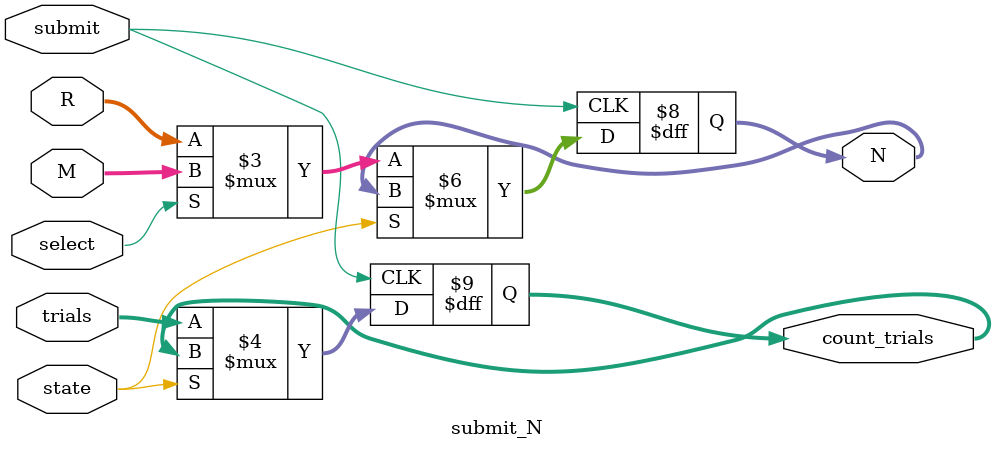
<source format=v>
module submit_N (N, count_trials, state, submit, select, R, M, trials);
	output reg [15:0] N;
	output reg [3:0] count_trials;
	input state;
	input submit;
	input select;
	input [15:0] R, M;
	input [3:0] trials;
	
	
	always @(negedge submit) if (state == 0) begin N <= (select ? M : R); count_trials <= trials; end
endmodule 
</source>
